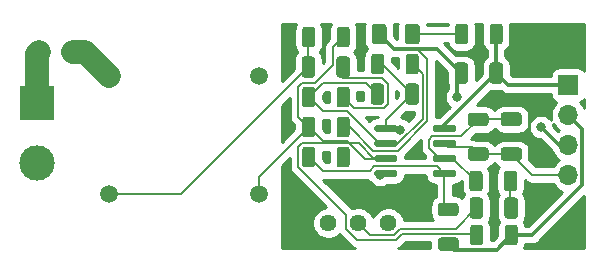
<source format=gbr>
%TF.GenerationSoftware,KiCad,Pcbnew,(5.1.10)-1*%
%TF.CreationDate,2021-10-23T23:22:00+01:00*%
%TF.ProjectId,ZMPT101enhanced,5a4d5054-3130-4316-956e-68616e636564,V1.0*%
%TF.SameCoordinates,Original*%
%TF.FileFunction,Copper,L1,Top*%
%TF.FilePolarity,Positive*%
%FSLAX46Y46*%
G04 Gerber Fmt 4.6, Leading zero omitted, Abs format (unit mm)*
G04 Created by KiCad (PCBNEW (5.1.10)-1) date 2021-10-23 23:22:00*
%MOMM*%
%LPD*%
G01*
G04 APERTURE LIST*
%TA.AperFunction,ComponentPad*%
%ADD10R,1.700000X1.700000*%
%TD*%
%TA.AperFunction,ComponentPad*%
%ADD11O,1.700000X1.700000*%
%TD*%
%TA.AperFunction,ComponentPad*%
%ADD12R,3.000000X3.000000*%
%TD*%
%TA.AperFunction,ComponentPad*%
%ADD13C,3.000000*%
%TD*%
%TA.AperFunction,ComponentPad*%
%ADD14C,1.440000*%
%TD*%
%TA.AperFunction,ComponentPad*%
%ADD15C,1.500000*%
%TD*%
%TA.AperFunction,ViaPad*%
%ADD16C,0.800000*%
%TD*%
%TA.AperFunction,Conductor*%
%ADD17C,0.200000*%
%TD*%
%TA.AperFunction,Conductor*%
%ADD18C,0.300000*%
%TD*%
%TA.AperFunction,Conductor*%
%ADD19C,2.000000*%
%TD*%
%TA.AperFunction,NonConductor*%
%ADD20C,0.254000*%
%TD*%
%TA.AperFunction,NonConductor*%
%ADD21C,0.100000*%
%TD*%
G04 APERTURE END LIST*
%TO.P,C1,1*%
%TO.N,Net-(C1-Pad1)*%
%TA.AperFunction,SMDPad,CuDef*%
G36*
G01*
X146161999Y-92233000D02*
X147462001Y-92233000D01*
G75*
G02*
X147712000Y-92482999I0J-249999D01*
G01*
X147712000Y-93133001D01*
G75*
G02*
X147462001Y-93383000I-249999J0D01*
G01*
X146161999Y-93383000D01*
G75*
G02*
X145912000Y-93133001I0J249999D01*
G01*
X145912000Y-92482999D01*
G75*
G02*
X146161999Y-92233000I249999J0D01*
G01*
G37*
%TD.AperFunction*%
%TO.P,C1,2*%
%TO.N,/OUT*%
%TA.AperFunction,SMDPad,CuDef*%
G36*
G01*
X146161999Y-95183000D02*
X147462001Y-95183000D01*
G75*
G02*
X147712000Y-95432999I0J-249999D01*
G01*
X147712000Y-96083001D01*
G75*
G02*
X147462001Y-96333000I-249999J0D01*
G01*
X146161999Y-96333000D01*
G75*
G02*
X145912000Y-96083001I0J249999D01*
G01*
X145912000Y-95432999D01*
G75*
G02*
X146161999Y-95183000I249999J0D01*
G01*
G37*
%TD.AperFunction*%
%TD*%
%TO.P,C2,2*%
%TO.N,Net-(C2-Pad2)*%
%TA.AperFunction,SMDPad,CuDef*%
G36*
G01*
X146237000Y-100980001D02*
X146237000Y-99679999D01*
G75*
G02*
X146486999Y-99430000I249999J0D01*
G01*
X147137001Y-99430000D01*
G75*
G02*
X147387000Y-99679999I0J-249999D01*
G01*
X147387000Y-100980001D01*
G75*
G02*
X147137001Y-101230000I-249999J0D01*
G01*
X146486999Y-101230000D01*
G75*
G02*
X146237000Y-100980001I0J249999D01*
G01*
G37*
%TD.AperFunction*%
%TO.P,C2,1*%
%TO.N,Net-(C2-Pad1)*%
%TA.AperFunction,SMDPad,CuDef*%
G36*
G01*
X143287000Y-100980001D02*
X143287000Y-99679999D01*
G75*
G02*
X143536999Y-99430000I249999J0D01*
G01*
X144187001Y-99430000D01*
G75*
G02*
X144437000Y-99679999I0J-249999D01*
G01*
X144437000Y-100980001D01*
G75*
G02*
X144187001Y-101230000I-249999J0D01*
G01*
X143536999Y-101230000D01*
G75*
G02*
X143287000Y-100980001I0J249999D01*
G01*
G37*
%TD.AperFunction*%
%TD*%
%TO.P,C3,1*%
%TO.N,Net-(C3-Pad1)*%
%TA.AperFunction,SMDPad,CuDef*%
G36*
G01*
X134905000Y-91328001D02*
X134905000Y-90027999D01*
G75*
G02*
X135154999Y-89778000I249999J0D01*
G01*
X135805001Y-89778000D01*
G75*
G02*
X136055000Y-90027999I0J-249999D01*
G01*
X136055000Y-91328001D01*
G75*
G02*
X135805001Y-91578000I-249999J0D01*
G01*
X135154999Y-91578000D01*
G75*
G02*
X134905000Y-91328001I0J249999D01*
G01*
G37*
%TD.AperFunction*%
%TO.P,C3,2*%
%TO.N,Net-(C3-Pad2)*%
%TA.AperFunction,SMDPad,CuDef*%
G36*
G01*
X137855000Y-91328001D02*
X137855000Y-90027999D01*
G75*
G02*
X138104999Y-89778000I249999J0D01*
G01*
X138755001Y-89778000D01*
G75*
G02*
X139005000Y-90027999I0J-249999D01*
G01*
X139005000Y-91328001D01*
G75*
G02*
X138755001Y-91578000I-249999J0D01*
G01*
X138104999Y-91578000D01*
G75*
G02*
X137855000Y-91328001I0J249999D01*
G01*
G37*
%TD.AperFunction*%
%TD*%
%TO.P,C4,2*%
%TO.N,Net-(C4-Pad2)*%
%TA.AperFunction,SMDPad,CuDef*%
G36*
G01*
X132013000Y-89042001D02*
X132013000Y-87741999D01*
G75*
G02*
X132262999Y-87492000I249999J0D01*
G01*
X132913001Y-87492000D01*
G75*
G02*
X133163000Y-87741999I0J-249999D01*
G01*
X133163000Y-89042001D01*
G75*
G02*
X132913001Y-89292000I-249999J0D01*
G01*
X132262999Y-89292000D01*
G75*
G02*
X132013000Y-89042001I0J249999D01*
G01*
G37*
%TD.AperFunction*%
%TO.P,C4,1*%
%TO.N,Net-(C4-Pad1)*%
%TA.AperFunction,SMDPad,CuDef*%
G36*
G01*
X129063000Y-89042001D02*
X129063000Y-87741999D01*
G75*
G02*
X129312999Y-87492000I249999J0D01*
G01*
X129963001Y-87492000D01*
G75*
G02*
X130213000Y-87741999I0J-249999D01*
G01*
X130213000Y-89042001D01*
G75*
G02*
X129963001Y-89292000I-249999J0D01*
G01*
X129312999Y-89292000D01*
G75*
G02*
X129063000Y-89042001I0J249999D01*
G01*
G37*
%TD.AperFunction*%
%TD*%
%TO.P,C5,1*%
%TO.N,+5V*%
%TA.AperFunction,SMDPad,CuDef*%
G36*
G01*
X146117000Y-88249999D02*
X146117000Y-89550001D01*
G75*
G02*
X145867001Y-89800000I-249999J0D01*
G01*
X145216999Y-89800000D01*
G75*
G02*
X144967000Y-89550001I0J249999D01*
G01*
X144967000Y-88249999D01*
G75*
G02*
X145216999Y-88000000I249999J0D01*
G01*
X145867001Y-88000000D01*
G75*
G02*
X146117000Y-88249999I0J-249999D01*
G01*
G37*
%TD.AperFunction*%
%TO.P,C5,2*%
%TO.N,GND*%
%TA.AperFunction,SMDPad,CuDef*%
G36*
G01*
X143167000Y-88249999D02*
X143167000Y-89550001D01*
G75*
G02*
X142917001Y-89800000I-249999J0D01*
G01*
X142266999Y-89800000D01*
G75*
G02*
X142017000Y-89550001I0J249999D01*
G01*
X142017000Y-88249999D01*
G75*
G02*
X142266999Y-88000000I249999J0D01*
G01*
X142917001Y-88000000D01*
G75*
G02*
X143167000Y-88249999I0J-249999D01*
G01*
G37*
%TD.AperFunction*%
%TD*%
%TO.P,D1,1*%
%TO.N,GND*%
%TA.AperFunction,SMDPad,CuDef*%
G36*
G01*
X135005000Y-86223000D02*
X135005000Y-84973000D01*
G75*
G02*
X135255000Y-84723000I250000J0D01*
G01*
X136005000Y-84723000D01*
G75*
G02*
X136255000Y-84973000I0J-250000D01*
G01*
X136255000Y-86223000D01*
G75*
G02*
X136005000Y-86473000I-250000J0D01*
G01*
X135255000Y-86473000D01*
G75*
G02*
X135005000Y-86223000I0J250000D01*
G01*
G37*
%TD.AperFunction*%
%TO.P,D1,2*%
%TO.N,Net-(D1-Pad2)*%
%TA.AperFunction,SMDPad,CuDef*%
G36*
G01*
X137805000Y-86223000D02*
X137805000Y-84973000D01*
G75*
G02*
X138055000Y-84723000I250000J0D01*
G01*
X138805000Y-84723000D01*
G75*
G02*
X139055000Y-84973000I0J-250000D01*
G01*
X139055000Y-86223000D01*
G75*
G02*
X138805000Y-86473000I-250000J0D01*
G01*
X138055000Y-86473000D01*
G75*
G02*
X137805000Y-86223000I0J250000D01*
G01*
G37*
%TD.AperFunction*%
%TD*%
D10*
%TO.P,J1,1*%
%TO.N,+5V*%
X151638000Y-89916000D03*
D11*
%TO.P,J1,2*%
%TO.N,+3V3*%
X151638000Y-92456000D03*
%TO.P,J1,3*%
%TO.N,GND*%
X151638000Y-94996000D03*
%TO.P,J1,4*%
%TO.N,/OUT*%
X151638000Y-97536000D03*
%TD*%
D12*
%TO.P,J2,1*%
%TO.N,Net-(J2-Pad1)*%
X106680000Y-91440000D03*
D13*
%TO.P,J2,2*%
%TO.N,Net-(J2-Pad2)*%
X106680000Y-96520000D03*
%TD*%
%TO.P,R1,1*%
%TO.N,/OUT*%
%TA.AperFunction,SMDPad,CuDef*%
G36*
G01*
X144643001Y-96320500D02*
X143392999Y-96320500D01*
G75*
G02*
X143143000Y-96070501I0J249999D01*
G01*
X143143000Y-95445499D01*
G75*
G02*
X143392999Y-95195500I249999J0D01*
G01*
X144643001Y-95195500D01*
G75*
G02*
X144893000Y-95445499I0J-249999D01*
G01*
X144893000Y-96070501D01*
G75*
G02*
X144643001Y-96320500I-249999J0D01*
G01*
G37*
%TD.AperFunction*%
%TO.P,R1,2*%
%TO.N,Net-(C1-Pad1)*%
%TA.AperFunction,SMDPad,CuDef*%
G36*
G01*
X144643001Y-93395500D02*
X143392999Y-93395500D01*
G75*
G02*
X143143000Y-93145501I0J249999D01*
G01*
X143143000Y-92520499D01*
G75*
G02*
X143392999Y-92270500I249999J0D01*
G01*
X144643001Y-92270500D01*
G75*
G02*
X144893000Y-92520499I0J-249999D01*
G01*
X144893000Y-93145501D01*
G75*
G02*
X144643001Y-93395500I-249999J0D01*
G01*
G37*
%TD.AperFunction*%
%TD*%
%TO.P,R2,2*%
%TO.N,Net-(C2-Pad2)*%
%TA.AperFunction,SMDPad,CuDef*%
G36*
G01*
X146188000Y-98669001D02*
X146188000Y-97418999D01*
G75*
G02*
X146437999Y-97169000I249999J0D01*
G01*
X147063001Y-97169000D01*
G75*
G02*
X147313000Y-97418999I0J-249999D01*
G01*
X147313000Y-98669001D01*
G75*
G02*
X147063001Y-98919000I-249999J0D01*
G01*
X146437999Y-98919000D01*
G75*
G02*
X146188000Y-98669001I0J249999D01*
G01*
G37*
%TD.AperFunction*%
%TO.P,R2,1*%
%TO.N,Net-(C1-Pad1)*%
%TA.AperFunction,SMDPad,CuDef*%
G36*
G01*
X143263000Y-98669001D02*
X143263000Y-97418999D01*
G75*
G02*
X143512999Y-97169000I249999J0D01*
G01*
X144138001Y-97169000D01*
G75*
G02*
X144388000Y-97418999I0J-249999D01*
G01*
X144388000Y-98669001D01*
G75*
G02*
X144138001Y-98919000I-249999J0D01*
G01*
X143512999Y-98919000D01*
G75*
G02*
X143263000Y-98669001I0J249999D01*
G01*
G37*
%TD.AperFunction*%
%TD*%
%TO.P,R3,1*%
%TO.N,+3V3*%
%TA.AperFunction,SMDPad,CuDef*%
G36*
G01*
X142103001Y-103940500D02*
X140852999Y-103940500D01*
G75*
G02*
X140603000Y-103690501I0J249999D01*
G01*
X140603000Y-103065499D01*
G75*
G02*
X140852999Y-102815500I249999J0D01*
G01*
X142103001Y-102815500D01*
G75*
G02*
X142353000Y-103065499I0J-249999D01*
G01*
X142353000Y-103690501D01*
G75*
G02*
X142103001Y-103940500I-249999J0D01*
G01*
G37*
%TD.AperFunction*%
%TO.P,R3,2*%
%TO.N,Net-(R3-Pad2)*%
%TA.AperFunction,SMDPad,CuDef*%
G36*
G01*
X142103001Y-101015500D02*
X140852999Y-101015500D01*
G75*
G02*
X140603000Y-100765501I0J249999D01*
G01*
X140603000Y-100140499D01*
G75*
G02*
X140852999Y-99890500I249999J0D01*
G01*
X142103001Y-99890500D01*
G75*
G02*
X142353000Y-100140499I0J-249999D01*
G01*
X142353000Y-100765501D01*
G75*
G02*
X142103001Y-101015500I-249999J0D01*
G01*
G37*
%TD.AperFunction*%
%TD*%
%TO.P,R4,2*%
%TO.N,GND*%
%TA.AperFunction,SMDPad,CuDef*%
G36*
G01*
X132025500Y-96637001D02*
X132025500Y-95386999D01*
G75*
G02*
X132275499Y-95137000I249999J0D01*
G01*
X132900501Y-95137000D01*
G75*
G02*
X133150500Y-95386999I0J-249999D01*
G01*
X133150500Y-96637001D01*
G75*
G02*
X132900501Y-96887000I-249999J0D01*
G01*
X132275499Y-96887000D01*
G75*
G02*
X132025500Y-96637001I0J249999D01*
G01*
G37*
%TD.AperFunction*%
%TO.P,R4,1*%
%TO.N,Net-(R3-Pad2)*%
%TA.AperFunction,SMDPad,CuDef*%
G36*
G01*
X129100500Y-96637001D02*
X129100500Y-95386999D01*
G75*
G02*
X129350499Y-95137000I249999J0D01*
G01*
X129975501Y-95137000D01*
G75*
G02*
X130225500Y-95386999I0J-249999D01*
G01*
X130225500Y-96637001D01*
G75*
G02*
X129975501Y-96887000I-249999J0D01*
G01*
X129350499Y-96887000D01*
G75*
G02*
X129100500Y-96637001I0J249999D01*
G01*
G37*
%TD.AperFunction*%
%TD*%
%TO.P,R5,1*%
%TO.N,Net-(C3-Pad2)*%
%TA.AperFunction,SMDPad,CuDef*%
G36*
G01*
X134942500Y-88763001D02*
X134942500Y-87512999D01*
G75*
G02*
X135192499Y-87263000I249999J0D01*
G01*
X135817501Y-87263000D01*
G75*
G02*
X136067500Y-87512999I0J-249999D01*
G01*
X136067500Y-88763001D01*
G75*
G02*
X135817501Y-89013000I-249999J0D01*
G01*
X135192499Y-89013000D01*
G75*
G02*
X134942500Y-88763001I0J249999D01*
G01*
G37*
%TD.AperFunction*%
%TO.P,R5,2*%
%TO.N,Net-(C3-Pad1)*%
%TA.AperFunction,SMDPad,CuDef*%
G36*
G01*
X137867500Y-88763001D02*
X137867500Y-87512999D01*
G75*
G02*
X138117499Y-87263000I249999J0D01*
G01*
X138742501Y-87263000D01*
G75*
G02*
X138992500Y-87512999I0J-249999D01*
G01*
X138992500Y-88763001D01*
G75*
G02*
X138742501Y-89013000I-249999J0D01*
G01*
X138117499Y-89013000D01*
G75*
G02*
X137867500Y-88763001I0J249999D01*
G01*
G37*
%TD.AperFunction*%
%TD*%
%TO.P,R6,1*%
%TO.N,Net-(R6-Pad1)*%
%TA.AperFunction,SMDPad,CuDef*%
G36*
G01*
X129100500Y-94097001D02*
X129100500Y-92846999D01*
G75*
G02*
X129350499Y-92597000I249999J0D01*
G01*
X129975501Y-92597000D01*
G75*
G02*
X130225500Y-92846999I0J-249999D01*
G01*
X130225500Y-94097001D01*
G75*
G02*
X129975501Y-94347000I-249999J0D01*
G01*
X129350499Y-94347000D01*
G75*
G02*
X129100500Y-94097001I0J249999D01*
G01*
G37*
%TD.AperFunction*%
%TO.P,R6,2*%
%TO.N,GND*%
%TA.AperFunction,SMDPad,CuDef*%
G36*
G01*
X132025500Y-94097001D02*
X132025500Y-92846999D01*
G75*
G02*
X132275499Y-92597000I249999J0D01*
G01*
X132900501Y-92597000D01*
G75*
G02*
X133150500Y-92846999I0J-249999D01*
G01*
X133150500Y-94097001D01*
G75*
G02*
X132900501Y-94347000I-249999J0D01*
G01*
X132275499Y-94347000D01*
G75*
G02*
X132025500Y-94097001I0J249999D01*
G01*
G37*
%TD.AperFunction*%
%TD*%
%TO.P,R7,1*%
%TO.N,Net-(C3-Pad1)*%
%TA.AperFunction,SMDPad,CuDef*%
G36*
G01*
X129100500Y-91557001D02*
X129100500Y-90306999D01*
G75*
G02*
X129350499Y-90057000I249999J0D01*
G01*
X129975501Y-90057000D01*
G75*
G02*
X130225500Y-90306999I0J-249999D01*
G01*
X130225500Y-91557001D01*
G75*
G02*
X129975501Y-91807000I-249999J0D01*
G01*
X129350499Y-91807000D01*
G75*
G02*
X129100500Y-91557001I0J249999D01*
G01*
G37*
%TD.AperFunction*%
%TO.P,R7,2*%
%TO.N,Net-(C4-Pad2)*%
%TA.AperFunction,SMDPad,CuDef*%
G36*
G01*
X132025500Y-91557001D02*
X132025500Y-90306999D01*
G75*
G02*
X132275499Y-90057000I249999J0D01*
G01*
X132900501Y-90057000D01*
G75*
G02*
X133150500Y-90306999I0J-249999D01*
G01*
X133150500Y-91557001D01*
G75*
G02*
X132900501Y-91807000I-249999J0D01*
G01*
X132275499Y-91807000D01*
G75*
G02*
X132025500Y-91557001I0J249999D01*
G01*
G37*
%TD.AperFunction*%
%TD*%
%TO.P,R8,2*%
%TO.N,+3V3*%
%TA.AperFunction,SMDPad,CuDef*%
G36*
G01*
X146249500Y-103241001D02*
X146249500Y-101990999D01*
G75*
G02*
X146499499Y-101741000I249999J0D01*
G01*
X147124501Y-101741000D01*
G75*
G02*
X147374500Y-101990999I0J-249999D01*
G01*
X147374500Y-103241001D01*
G75*
G02*
X147124501Y-103491000I-249999J0D01*
G01*
X146499499Y-103491000D01*
G75*
G02*
X146249500Y-103241001I0J249999D01*
G01*
G37*
%TD.AperFunction*%
%TO.P,R8,1*%
%TO.N,Net-(R6-Pad1)*%
%TA.AperFunction,SMDPad,CuDef*%
G36*
G01*
X143324500Y-103241001D02*
X143324500Y-101990999D01*
G75*
G02*
X143574499Y-101741000I249999J0D01*
G01*
X144199501Y-101741000D01*
G75*
G02*
X144449500Y-101990999I0J-249999D01*
G01*
X144449500Y-103241001D01*
G75*
G02*
X144199501Y-103491000I-249999J0D01*
G01*
X143574499Y-103491000D01*
G75*
G02*
X143324500Y-103241001I0J249999D01*
G01*
G37*
%TD.AperFunction*%
%TD*%
%TO.P,R9,1*%
%TO.N,Net-(C4-Pad1)*%
%TA.AperFunction,SMDPad,CuDef*%
G36*
G01*
X129100500Y-86477001D02*
X129100500Y-85226999D01*
G75*
G02*
X129350499Y-84977000I249999J0D01*
G01*
X129975501Y-84977000D01*
G75*
G02*
X130225500Y-85226999I0J-249999D01*
G01*
X130225500Y-86477001D01*
G75*
G02*
X129975501Y-86727000I-249999J0D01*
G01*
X129350499Y-86727000D01*
G75*
G02*
X129100500Y-86477001I0J249999D01*
G01*
G37*
%TD.AperFunction*%
%TO.P,R9,2*%
%TO.N,Net-(R6-Pad1)*%
%TA.AperFunction,SMDPad,CuDef*%
G36*
G01*
X132025500Y-86477001D02*
X132025500Y-85226999D01*
G75*
G02*
X132275499Y-84977000I249999J0D01*
G01*
X132900501Y-84977000D01*
G75*
G02*
X133150500Y-85226999I0J-249999D01*
G01*
X133150500Y-86477001D01*
G75*
G02*
X132900501Y-86727000I-249999J0D01*
G01*
X132275499Y-86727000D01*
G75*
G02*
X132025500Y-86477001I0J249999D01*
G01*
G37*
%TD.AperFunction*%
%TD*%
%TO.P,R10,2*%
%TO.N,Net-(R10-Pad2)*%
%TA.AperFunction,SMDPad,CuDef*%
G36*
G01*
X109165500Y-87747001D02*
X109165500Y-86496999D01*
G75*
G02*
X109415499Y-86247000I249999J0D01*
G01*
X110040501Y-86247000D01*
G75*
G02*
X110290500Y-86496999I0J-249999D01*
G01*
X110290500Y-87747001D01*
G75*
G02*
X110040501Y-87997000I-249999J0D01*
G01*
X109415499Y-87997000D01*
G75*
G02*
X109165500Y-87747001I0J249999D01*
G01*
G37*
%TD.AperFunction*%
%TO.P,R10,1*%
%TO.N,Net-(J2-Pad1)*%
%TA.AperFunction,SMDPad,CuDef*%
G36*
G01*
X106240500Y-87747001D02*
X106240500Y-86496999D01*
G75*
G02*
X106490499Y-86247000I249999J0D01*
G01*
X107115501Y-86247000D01*
G75*
G02*
X107365500Y-86496999I0J-249999D01*
G01*
X107365500Y-87747001D01*
G75*
G02*
X107115501Y-87997000I-249999J0D01*
G01*
X106490499Y-87997000D01*
G75*
G02*
X106240500Y-87747001I0J249999D01*
G01*
G37*
%TD.AperFunction*%
%TD*%
%TO.P,R11,2*%
%TO.N,+5V*%
%TA.AperFunction,SMDPad,CuDef*%
G36*
G01*
X144979500Y-86223001D02*
X144979500Y-84972999D01*
G75*
G02*
X145229499Y-84723000I249999J0D01*
G01*
X145854501Y-84723000D01*
G75*
G02*
X146104500Y-84972999I0J-249999D01*
G01*
X146104500Y-86223001D01*
G75*
G02*
X145854501Y-86473000I-249999J0D01*
G01*
X145229499Y-86473000D01*
G75*
G02*
X144979500Y-86223001I0J249999D01*
G01*
G37*
%TD.AperFunction*%
%TO.P,R11,1*%
%TO.N,Net-(D1-Pad2)*%
%TA.AperFunction,SMDPad,CuDef*%
G36*
G01*
X142054500Y-86223001D02*
X142054500Y-84972999D01*
G75*
G02*
X142304499Y-84723000I249999J0D01*
G01*
X142929501Y-84723000D01*
G75*
G02*
X143179500Y-84972999I0J-249999D01*
G01*
X143179500Y-86223001D01*
G75*
G02*
X142929501Y-86473000I-249999J0D01*
G01*
X142304499Y-86473000D01*
G75*
G02*
X142054500Y-86223001I0J249999D01*
G01*
G37*
%TD.AperFunction*%
%TD*%
D14*
%TO.P,RV1,1*%
%TO.N,Net-(C3-Pad2)*%
X136398000Y-101600000D03*
%TO.P,RV1,2*%
%TO.N,Net-(C2-Pad1)*%
X133858000Y-101600000D03*
%TO.P,RV1,3*%
%TO.N,GND*%
X131318000Y-101600000D03*
%TD*%
D15*
%TO.P,T1,1*%
%TO.N,Net-(J2-Pad2)*%
X125476000Y-89154000D03*
%TO.P,T1,2*%
%TO.N,Net-(R10-Pad2)*%
X112776000Y-89154000D03*
%TO.P,T1,3*%
%TO.N,Net-(C4-Pad1)*%
X112776000Y-99154000D03*
%TO.P,T1,4*%
%TO.N,Net-(R6-Pad1)*%
X125476000Y-99154000D03*
%TD*%
%TO.P,U1,1*%
%TO.N,Net-(C3-Pad2)*%
%TA.AperFunction,SMDPad,CuDef*%
G36*
G01*
X135234000Y-93749000D02*
X135234000Y-93449000D01*
G75*
G02*
X135384000Y-93299000I150000J0D01*
G01*
X137034000Y-93299000D01*
G75*
G02*
X137184000Y-93449000I0J-150000D01*
G01*
X137184000Y-93749000D01*
G75*
G02*
X137034000Y-93899000I-150000J0D01*
G01*
X135384000Y-93899000D01*
G75*
G02*
X135234000Y-93749000I0J150000D01*
G01*
G37*
%TD.AperFunction*%
%TO.P,U1,2*%
%TO.N,Net-(C3-Pad1)*%
%TA.AperFunction,SMDPad,CuDef*%
G36*
G01*
X135234000Y-95019000D02*
X135234000Y-94719000D01*
G75*
G02*
X135384000Y-94569000I150000J0D01*
G01*
X137034000Y-94569000D01*
G75*
G02*
X137184000Y-94719000I0J-150000D01*
G01*
X137184000Y-95019000D01*
G75*
G02*
X137034000Y-95169000I-150000J0D01*
G01*
X135384000Y-95169000D01*
G75*
G02*
X135234000Y-95019000I0J150000D01*
G01*
G37*
%TD.AperFunction*%
%TO.P,U1,3*%
%TO.N,Net-(R6-Pad1)*%
%TA.AperFunction,SMDPad,CuDef*%
G36*
G01*
X135234000Y-96289000D02*
X135234000Y-95989000D01*
G75*
G02*
X135384000Y-95839000I150000J0D01*
G01*
X137034000Y-95839000D01*
G75*
G02*
X137184000Y-95989000I0J-150000D01*
G01*
X137184000Y-96289000D01*
G75*
G02*
X137034000Y-96439000I-150000J0D01*
G01*
X135384000Y-96439000D01*
G75*
G02*
X135234000Y-96289000I0J150000D01*
G01*
G37*
%TD.AperFunction*%
%TO.P,U1,4*%
%TO.N,GND*%
%TA.AperFunction,SMDPad,CuDef*%
G36*
G01*
X135234000Y-97559000D02*
X135234000Y-97259000D01*
G75*
G02*
X135384000Y-97109000I150000J0D01*
G01*
X137034000Y-97109000D01*
G75*
G02*
X137184000Y-97259000I0J-150000D01*
G01*
X137184000Y-97559000D01*
G75*
G02*
X137034000Y-97709000I-150000J0D01*
G01*
X135384000Y-97709000D01*
G75*
G02*
X135234000Y-97559000I0J150000D01*
G01*
G37*
%TD.AperFunction*%
%TO.P,U1,5*%
%TO.N,Net-(R3-Pad2)*%
%TA.AperFunction,SMDPad,CuDef*%
G36*
G01*
X140184000Y-97559000D02*
X140184000Y-97259000D01*
G75*
G02*
X140334000Y-97109000I150000J0D01*
G01*
X141984000Y-97109000D01*
G75*
G02*
X142134000Y-97259000I0J-150000D01*
G01*
X142134000Y-97559000D01*
G75*
G02*
X141984000Y-97709000I-150000J0D01*
G01*
X140334000Y-97709000D01*
G75*
G02*
X140184000Y-97559000I0J150000D01*
G01*
G37*
%TD.AperFunction*%
%TO.P,U1,6*%
%TO.N,Net-(C1-Pad1)*%
%TA.AperFunction,SMDPad,CuDef*%
G36*
G01*
X140184000Y-96289000D02*
X140184000Y-95989000D01*
G75*
G02*
X140334000Y-95839000I150000J0D01*
G01*
X141984000Y-95839000D01*
G75*
G02*
X142134000Y-95989000I0J-150000D01*
G01*
X142134000Y-96289000D01*
G75*
G02*
X141984000Y-96439000I-150000J0D01*
G01*
X140334000Y-96439000D01*
G75*
G02*
X140184000Y-96289000I0J150000D01*
G01*
G37*
%TD.AperFunction*%
%TO.P,U1,7*%
%TO.N,/OUT*%
%TA.AperFunction,SMDPad,CuDef*%
G36*
G01*
X140184000Y-95019000D02*
X140184000Y-94719000D01*
G75*
G02*
X140334000Y-94569000I150000J0D01*
G01*
X141984000Y-94569000D01*
G75*
G02*
X142134000Y-94719000I0J-150000D01*
G01*
X142134000Y-95019000D01*
G75*
G02*
X141984000Y-95169000I-150000J0D01*
G01*
X140334000Y-95169000D01*
G75*
G02*
X140184000Y-95019000I0J150000D01*
G01*
G37*
%TD.AperFunction*%
%TO.P,U1,8*%
%TO.N,+5V*%
%TA.AperFunction,SMDPad,CuDef*%
G36*
G01*
X140184000Y-93749000D02*
X140184000Y-93449000D01*
G75*
G02*
X140334000Y-93299000I150000J0D01*
G01*
X141984000Y-93299000D01*
G75*
G02*
X142134000Y-93449000I0J-150000D01*
G01*
X142134000Y-93749000D01*
G75*
G02*
X141984000Y-93899000I-150000J0D01*
G01*
X140334000Y-93899000D01*
G75*
G02*
X140184000Y-93749000I0J150000D01*
G01*
G37*
%TD.AperFunction*%
%TD*%
D16*
%TO.N,Net-(C3-Pad2)*%
X137375525Y-93687525D03*
%TO.N,GND*%
X149352000Y-93472000D03*
X142240000Y-90932000D03*
X132588000Y-96012000D03*
X132588000Y-93472000D03*
X135698000Y-97508990D03*
%TD*%
D17*
%TO.N,Net-(C1-Pad1)*%
X144043000Y-92808000D02*
X144018000Y-92833000D01*
X146812000Y-92808000D02*
X144043000Y-92808000D01*
X140817588Y-96139000D02*
X141159000Y-96139000D01*
X139883990Y-94532598D02*
X139883990Y-95205402D01*
X139883990Y-95205402D02*
X140817588Y-96139000D01*
X140147598Y-94268990D02*
X139883990Y-94532598D01*
X142582010Y-94268990D02*
X140147598Y-94268990D01*
X144018000Y-92833000D02*
X142582010Y-94268990D01*
X141920500Y-96139000D02*
X143825500Y-98044000D01*
X141159000Y-96139000D02*
X141920500Y-96139000D01*
%TO.N,/OUT*%
X148590000Y-97536000D02*
X146812000Y-95758000D01*
X151638000Y-97536000D02*
X148590000Y-97536000D01*
X146812000Y-95758000D02*
X144018000Y-95758000D01*
X141485500Y-95195500D02*
X141159000Y-94869000D01*
X143455500Y-95195500D02*
X141485500Y-95195500D01*
X144018000Y-95758000D02*
X143455500Y-95195500D01*
%TO.N,Net-(C2-Pad2)*%
X146750500Y-100776500D02*
X146812000Y-100838000D01*
X146750500Y-100268500D02*
X146812000Y-100330000D01*
X146750500Y-98044000D02*
X146750500Y-100268500D01*
%TO.N,Net-(C2-Pad1)*%
X134878001Y-102620001D02*
X133858000Y-101600000D01*
X136887601Y-102620001D02*
X134878001Y-102620001D01*
X137418001Y-102089601D02*
X136887601Y-102620001D01*
X142102399Y-102089601D02*
X137418001Y-102089601D01*
X143862000Y-100330000D02*
X142102399Y-102089601D01*
%TO.N,Net-(C3-Pad1)*%
X134558990Y-89756990D02*
X130838010Y-89756990D01*
X130838010Y-89756990D02*
X129663000Y-90932000D01*
X135480000Y-90678000D02*
X134558990Y-89756990D01*
X139305010Y-89013010D02*
X138430000Y-88138000D01*
X139305010Y-92747990D02*
X139305010Y-89013010D01*
X137184000Y-94869000D02*
X139305010Y-92747990D01*
X136209000Y-94869000D02*
X137184000Y-94869000D01*
X130838010Y-92107010D02*
X129663000Y-90932000D01*
X132938344Y-92107010D02*
X130838010Y-92107010D01*
X135700334Y-94869000D02*
X132938344Y-92107010D01*
X136209000Y-94869000D02*
X135700334Y-94869000D01*
%TO.N,Net-(C3-Pad2)*%
X135890000Y-88138000D02*
X135505000Y-88138000D01*
X138430000Y-90678000D02*
X135890000Y-88138000D01*
X136209000Y-92899000D02*
X136209000Y-93599000D01*
X138430000Y-90678000D02*
X136209000Y-92899000D01*
X137287000Y-93599000D02*
X137375525Y-93687525D01*
X136209000Y-93599000D02*
X137287000Y-93599000D01*
%TO.N,Net-(C4-Pad2)*%
X133534010Y-91878010D02*
X132588000Y-90932000D01*
X136032824Y-91878010D02*
X133534010Y-91878010D01*
X136355010Y-91555824D02*
X136032824Y-91878010D01*
X136355010Y-89800176D02*
X136355010Y-91555824D01*
X135911814Y-89356980D02*
X136355010Y-89800176D01*
X132652980Y-89356980D02*
X135911814Y-89356980D01*
X132588000Y-89292000D02*
X132652980Y-89356980D01*
X132588000Y-88392000D02*
X132588000Y-89292000D01*
%TO.N,Net-(C4-Pad1)*%
X118876000Y-99154000D02*
X129638000Y-88392000D01*
X112776000Y-99154000D02*
X118876000Y-99154000D01*
X129638000Y-85877000D02*
X129663000Y-85852000D01*
X129638000Y-88392000D02*
X129638000Y-85877000D01*
D18*
%TO.N,+5V*%
X146558000Y-89916000D02*
X145542000Y-88900000D01*
X151638000Y-89916000D02*
X146558000Y-89916000D01*
X145542000Y-88900000D02*
X145542000Y-85598000D01*
X141159000Y-93283000D02*
X141159000Y-93599000D01*
X145542000Y-88900000D02*
X141159000Y-93283000D01*
%TO.N,GND*%
X150876000Y-94996000D02*
X149352000Y-93472000D01*
X151638000Y-94996000D02*
X150876000Y-94996000D01*
X142240000Y-89252000D02*
X142592000Y-88900000D01*
X142240000Y-90932000D02*
X142240000Y-89252000D01*
X136855010Y-86823010D02*
X135630000Y-85598000D01*
X140515010Y-86823010D02*
X136855010Y-86823010D01*
X142592000Y-88900000D02*
X140515010Y-86823010D01*
D17*
X133150500Y-93472000D02*
X132588000Y-93472000D01*
X135147510Y-95469010D02*
X133150500Y-93472000D01*
X137220402Y-95469010D02*
X135147510Y-95469010D01*
X139705020Y-92984392D02*
X137220402Y-95469010D01*
X139705020Y-87697686D02*
X139705020Y-92984392D01*
X138830344Y-86823010D02*
X139705020Y-87697686D01*
X136855010Y-86823010D02*
X138830344Y-86823010D01*
%TO.N,Net-(D1-Pad2)*%
X138430000Y-85598000D02*
X142617000Y-85598000D01*
D18*
%TO.N,+3V3*%
X152838001Y-98367999D02*
X152838001Y-93656001D01*
X152838001Y-93656001D02*
X151638000Y-92456000D01*
X148590000Y-102616000D02*
X146812000Y-102616000D01*
X152838001Y-98367999D02*
X148590000Y-102616000D01*
X141941010Y-103841010D02*
X141478000Y-103378000D01*
X145586990Y-103841010D02*
X141941010Y-103841010D01*
X146812000Y-102616000D02*
X145586990Y-103841010D01*
D19*
%TO.N,Net-(J2-Pad1)*%
X106680000Y-87245000D02*
X106803000Y-87122000D01*
X106680000Y-91440000D02*
X106680000Y-87245000D01*
D17*
%TO.N,Net-(R3-Pad2)*%
X140558990Y-96808990D02*
X141159000Y-97409000D01*
X135197598Y-96808990D02*
X140558990Y-96808990D01*
X134819578Y-97187010D02*
X135197598Y-96808990D01*
X130838010Y-97187010D02*
X134819578Y-97187010D01*
X129663000Y-96012000D02*
X130838010Y-97187010D01*
X141159000Y-100134000D02*
X141478000Y-100453000D01*
X141159000Y-97409000D02*
X141159000Y-100134000D01*
%TO.N,Net-(R6-Pad1)*%
X125476000Y-97659000D02*
X129663000Y-93472000D01*
X125476000Y-99154000D02*
X125476000Y-97659000D01*
X130838010Y-94647010D02*
X129663000Y-93472000D01*
X132938344Y-94647010D02*
X130838010Y-94647010D01*
X134430334Y-96139000D02*
X132938344Y-94647010D01*
X136209000Y-96139000D02*
X134430334Y-96139000D01*
X135234000Y-96139000D02*
X136209000Y-96139000D01*
X133931990Y-94836990D02*
X135234000Y-96139000D01*
X128800490Y-95159176D02*
X129122676Y-94836990D01*
X129122676Y-94836990D02*
X133931990Y-94836990D01*
X128800490Y-96864824D02*
X128800490Y-95159176D01*
X132837999Y-100902333D02*
X128800490Y-96864824D01*
X133768409Y-103020011D02*
X132837999Y-102089601D01*
X137053290Y-103020011D02*
X133768409Y-103020011D01*
X137583689Y-102489611D02*
X137053290Y-103020011D01*
X143760611Y-102489611D02*
X137583689Y-102489611D01*
X132837999Y-102089601D02*
X132837999Y-100902333D01*
X143887000Y-102616000D02*
X143760611Y-102489611D01*
X128800490Y-92609490D02*
X129663000Y-93472000D01*
X128800490Y-90079176D02*
X128800490Y-92609490D01*
X129122676Y-89756990D02*
X128800490Y-90079176D01*
X130203324Y-89756990D02*
X129122676Y-89756990D01*
X131712990Y-86727010D02*
X131712990Y-88247324D01*
X131712990Y-88247324D02*
X130203324Y-89756990D01*
X132588000Y-85852000D02*
X131712990Y-86727010D01*
D19*
%TO.N,Net-(R10-Pad2)*%
X110744000Y-87122000D02*
X112776000Y-89154000D01*
X109728000Y-87122000D02*
X110744000Y-87122000D01*
%TD*%
D20*
X128065490Y-96828719D02*
X128061934Y-96864824D01*
X128076125Y-97008909D01*
X128086104Y-97041806D01*
X128118153Y-97147456D01*
X128186403Y-97275143D01*
X128278252Y-97387061D01*
X128306298Y-97410078D01*
X131148407Y-100252188D01*
X130922761Y-100297072D01*
X130676167Y-100399215D01*
X130454238Y-100547503D01*
X130265503Y-100736238D01*
X130117215Y-100958167D01*
X130015072Y-101204761D01*
X129963000Y-101466544D01*
X129963000Y-101733456D01*
X130015072Y-101995239D01*
X130117215Y-102241833D01*
X130265503Y-102463762D01*
X130454238Y-102652497D01*
X130676167Y-102800785D01*
X130922761Y-102902928D01*
X131184544Y-102955000D01*
X131451456Y-102955000D01*
X131713239Y-102902928D01*
X131959833Y-102800785D01*
X132181762Y-102652497D01*
X132273688Y-102560571D01*
X132315761Y-102611838D01*
X132343806Y-102634854D01*
X133223155Y-103514204D01*
X133246171Y-103542249D01*
X133358089Y-103634098D01*
X133485776Y-103702348D01*
X133590119Y-103734000D01*
X127381000Y-103734000D01*
X127381000Y-96793446D01*
X128065490Y-96108956D01*
X128065490Y-96828719D01*
%TA.AperFunction,NonConductor*%
D21*
G36*
X128065490Y-96828719D02*
G01*
X128061934Y-96864824D01*
X128076125Y-97008909D01*
X128086104Y-97041806D01*
X128118153Y-97147456D01*
X128186403Y-97275143D01*
X128278252Y-97387061D01*
X128306298Y-97410078D01*
X131148407Y-100252188D01*
X130922761Y-100297072D01*
X130676167Y-100399215D01*
X130454238Y-100547503D01*
X130265503Y-100736238D01*
X130117215Y-100958167D01*
X130015072Y-101204761D01*
X129963000Y-101466544D01*
X129963000Y-101733456D01*
X130015072Y-101995239D01*
X130117215Y-102241833D01*
X130265503Y-102463762D01*
X130454238Y-102652497D01*
X130676167Y-102800785D01*
X130922761Y-102902928D01*
X131184544Y-102955000D01*
X131451456Y-102955000D01*
X131713239Y-102902928D01*
X131959833Y-102800785D01*
X132181762Y-102652497D01*
X132273688Y-102560571D01*
X132315761Y-102611838D01*
X132343806Y-102634854D01*
X133223155Y-103514204D01*
X133246171Y-103542249D01*
X133358089Y-103634098D01*
X133485776Y-103702348D01*
X133590119Y-103734000D01*
X127381000Y-103734000D01*
X127381000Y-96793446D01*
X128065490Y-96108956D01*
X128065490Y-96828719D01*
G37*
%TD.AperFunction*%
D20*
X153010000Y-103734000D02*
X147863112Y-103734000D01*
X147944972Y-103580851D01*
X147995508Y-103414255D01*
X147996814Y-103401000D01*
X148551447Y-103401000D01*
X148590000Y-103404797D01*
X148628553Y-103401000D01*
X148628561Y-103401000D01*
X148743887Y-103389641D01*
X148891860Y-103344754D01*
X149028233Y-103271862D01*
X149147764Y-103173764D01*
X149172347Y-103143810D01*
X153010000Y-99306157D01*
X153010000Y-103734000D01*
%TA.AperFunction,NonConductor*%
D21*
G36*
X153010000Y-103734000D02*
G01*
X147863112Y-103734000D01*
X147944972Y-103580851D01*
X147995508Y-103414255D01*
X147996814Y-103401000D01*
X148551447Y-103401000D01*
X148590000Y-103404797D01*
X148628553Y-103401000D01*
X148628561Y-103401000D01*
X148743887Y-103389641D01*
X148891860Y-103344754D01*
X149028233Y-103271862D01*
X149147764Y-103173764D01*
X149172347Y-103143810D01*
X153010000Y-99306157D01*
X153010000Y-103734000D01*
G37*
%TD.AperFunction*%
D20*
X139964928Y-103690501D02*
X139969212Y-103734000D01*
X137231580Y-103734000D01*
X137335923Y-103702348D01*
X137463610Y-103634098D01*
X137575528Y-103542249D01*
X137598549Y-103514198D01*
X137888135Y-103224611D01*
X139964928Y-103224611D01*
X139964928Y-103690501D01*
%TA.AperFunction,NonConductor*%
D21*
G36*
X139964928Y-103690501D02*
G01*
X139969212Y-103734000D01*
X137231580Y-103734000D01*
X137335923Y-103702348D01*
X137463610Y-103634098D01*
X137575528Y-103542249D01*
X137598549Y-103514198D01*
X137888135Y-103224611D01*
X139964928Y-103224611D01*
X139964928Y-103690501D01*
G37*
%TD.AperFunction*%
D20*
X145423595Y-96576387D02*
X145534038Y-96710962D01*
X145668613Y-96821405D01*
X145749593Y-96864690D01*
X145699595Y-96925613D01*
X145617528Y-97079149D01*
X145566992Y-97245745D01*
X145549928Y-97418999D01*
X145549928Y-98669001D01*
X145566992Y-98842255D01*
X145617528Y-99008851D01*
X145699595Y-99162387D01*
X145737110Y-99208099D01*
X145666528Y-99340149D01*
X145615992Y-99506745D01*
X145598928Y-99679999D01*
X145598928Y-100980001D01*
X145615992Y-101153255D01*
X145666528Y-101319851D01*
X145748595Y-101473387D01*
X145764786Y-101493116D01*
X145761095Y-101497613D01*
X145679028Y-101651149D01*
X145628492Y-101817745D01*
X145611428Y-101990999D01*
X145611428Y-102706415D01*
X145261833Y-103056010D01*
X145087572Y-103056010D01*
X145087572Y-101990999D01*
X145070508Y-101817745D01*
X145019972Y-101651149D01*
X144937905Y-101497613D01*
X144921714Y-101477884D01*
X144925405Y-101473387D01*
X145007472Y-101319851D01*
X145058008Y-101153255D01*
X145075072Y-100980001D01*
X145075072Y-99679999D01*
X145058008Y-99506745D01*
X145007472Y-99340149D01*
X144925405Y-99186613D01*
X144887890Y-99140901D01*
X144958472Y-99008851D01*
X145009008Y-98842255D01*
X145026072Y-98669001D01*
X145026072Y-97418999D01*
X145009008Y-97245745D01*
X144958472Y-97079149D01*
X144876405Y-96925613D01*
X144874860Y-96923730D01*
X144982851Y-96890972D01*
X145136387Y-96808905D01*
X145270962Y-96698462D01*
X145381405Y-96563887D01*
X145399159Y-96530671D01*
X145423595Y-96576387D01*
%TA.AperFunction,NonConductor*%
D21*
G36*
X145423595Y-96576387D02*
G01*
X145534038Y-96710962D01*
X145668613Y-96821405D01*
X145749593Y-96864690D01*
X145699595Y-96925613D01*
X145617528Y-97079149D01*
X145566992Y-97245745D01*
X145549928Y-97418999D01*
X145549928Y-98669001D01*
X145566992Y-98842255D01*
X145617528Y-99008851D01*
X145699595Y-99162387D01*
X145737110Y-99208099D01*
X145666528Y-99340149D01*
X145615992Y-99506745D01*
X145598928Y-99679999D01*
X145598928Y-100980001D01*
X145615992Y-101153255D01*
X145666528Y-101319851D01*
X145748595Y-101473387D01*
X145764786Y-101493116D01*
X145761095Y-101497613D01*
X145679028Y-101651149D01*
X145628492Y-101817745D01*
X145611428Y-101990999D01*
X145611428Y-102706415D01*
X145261833Y-103056010D01*
X145087572Y-103056010D01*
X145087572Y-101990999D01*
X145070508Y-101817745D01*
X145019972Y-101651149D01*
X144937905Y-101497613D01*
X144921714Y-101477884D01*
X144925405Y-101473387D01*
X145007472Y-101319851D01*
X145058008Y-101153255D01*
X145075072Y-100980001D01*
X145075072Y-99679999D01*
X145058008Y-99506745D01*
X145007472Y-99340149D01*
X144925405Y-99186613D01*
X144887890Y-99140901D01*
X144958472Y-99008851D01*
X145009008Y-98842255D01*
X145026072Y-98669001D01*
X145026072Y-97418999D01*
X145009008Y-97245745D01*
X144958472Y-97079149D01*
X144876405Y-96925613D01*
X144874860Y-96923730D01*
X144982851Y-96890972D01*
X145136387Y-96808905D01*
X145270962Y-96698462D01*
X145381405Y-96563887D01*
X145399159Y-96530671D01*
X145423595Y-96576387D01*
G37*
%TD.AperFunction*%
D20*
X148044746Y-98030193D02*
X148067762Y-98058238D01*
X148095806Y-98081253D01*
X148179680Y-98150087D01*
X148307366Y-98218337D01*
X148445915Y-98260365D01*
X148590000Y-98274556D01*
X148626105Y-98271000D01*
X150343117Y-98271000D01*
X150484525Y-98482632D01*
X150691368Y-98689475D01*
X150934589Y-98851990D01*
X151153272Y-98942571D01*
X148264843Y-101831000D01*
X147996814Y-101831000D01*
X147995508Y-101817745D01*
X147944972Y-101651149D01*
X147862905Y-101497613D01*
X147859214Y-101493116D01*
X147875405Y-101473387D01*
X147957472Y-101319851D01*
X148008008Y-101153255D01*
X148025072Y-100980001D01*
X148025072Y-99679999D01*
X148008008Y-99506745D01*
X147957472Y-99340149D01*
X147875405Y-99186613D01*
X147822750Y-99122453D01*
X147883472Y-99008851D01*
X147934008Y-98842255D01*
X147951072Y-98669001D01*
X147951072Y-97936519D01*
X148044746Y-98030193D01*
%TA.AperFunction,NonConductor*%
D21*
G36*
X148044746Y-98030193D02*
G01*
X148067762Y-98058238D01*
X148095806Y-98081253D01*
X148179680Y-98150087D01*
X148307366Y-98218337D01*
X148445915Y-98260365D01*
X148590000Y-98274556D01*
X148626105Y-98271000D01*
X150343117Y-98271000D01*
X150484525Y-98482632D01*
X150691368Y-98689475D01*
X150934589Y-98851990D01*
X151153272Y-98942571D01*
X148264843Y-101831000D01*
X147996814Y-101831000D01*
X147995508Y-101817745D01*
X147944972Y-101651149D01*
X147862905Y-101497613D01*
X147859214Y-101493116D01*
X147875405Y-101473387D01*
X147957472Y-101319851D01*
X148008008Y-101153255D01*
X148025072Y-100980001D01*
X148025072Y-99679999D01*
X148008008Y-99506745D01*
X147957472Y-99340149D01*
X147875405Y-99186613D01*
X147822750Y-99122453D01*
X147883472Y-99008851D01*
X147934008Y-98842255D01*
X147951072Y-98669001D01*
X147951072Y-97936519D01*
X148044746Y-98030193D01*
G37*
%TD.AperFunction*%
D20*
X139545928Y-97559000D02*
X139561071Y-97712745D01*
X139605916Y-97860582D01*
X139678742Y-97996829D01*
X139776749Y-98116251D01*
X139896171Y-98214258D01*
X140032418Y-98287084D01*
X140180255Y-98331929D01*
X140334000Y-98347072D01*
X140424000Y-98347072D01*
X140424001Y-99367679D01*
X140359613Y-99402095D01*
X140225038Y-99512538D01*
X140114595Y-99647113D01*
X140032528Y-99800649D01*
X139981992Y-99967245D01*
X139964928Y-100140499D01*
X139964928Y-100765501D01*
X139981992Y-100938755D01*
X140032528Y-101105351D01*
X140114595Y-101258887D01*
X140193146Y-101354601D01*
X137730733Y-101354601D01*
X137700928Y-101204761D01*
X137598785Y-100958167D01*
X137450497Y-100736238D01*
X137261762Y-100547503D01*
X137039833Y-100399215D01*
X136793239Y-100297072D01*
X136531456Y-100245000D01*
X136264544Y-100245000D01*
X136002761Y-100297072D01*
X135756167Y-100399215D01*
X135534238Y-100547503D01*
X135345503Y-100736238D01*
X135197215Y-100958167D01*
X135128000Y-101125266D01*
X135058785Y-100958167D01*
X134910497Y-100736238D01*
X134721762Y-100547503D01*
X134499833Y-100399215D01*
X134253239Y-100297072D01*
X133991456Y-100245000D01*
X133724544Y-100245000D01*
X133462761Y-100297072D01*
X133328004Y-100352891D01*
X130897122Y-97922010D01*
X134688750Y-97922010D01*
X134728742Y-97996829D01*
X134826749Y-98116251D01*
X134909288Y-98183989D01*
X135038226Y-98312927D01*
X135207744Y-98426195D01*
X135396102Y-98504216D01*
X135596061Y-98543990D01*
X135799939Y-98543990D01*
X135999898Y-98504216D01*
X136188256Y-98426195D01*
X136306672Y-98347072D01*
X137034000Y-98347072D01*
X137187745Y-98331929D01*
X137335582Y-98287084D01*
X137471829Y-98214258D01*
X137591251Y-98116251D01*
X137689258Y-97996829D01*
X137762084Y-97860582D01*
X137806929Y-97712745D01*
X137822072Y-97559000D01*
X137822072Y-97543990D01*
X139545928Y-97543990D01*
X139545928Y-97559000D01*
%TA.AperFunction,NonConductor*%
D21*
G36*
X139545928Y-97559000D02*
G01*
X139561071Y-97712745D01*
X139605916Y-97860582D01*
X139678742Y-97996829D01*
X139776749Y-98116251D01*
X139896171Y-98214258D01*
X140032418Y-98287084D01*
X140180255Y-98331929D01*
X140334000Y-98347072D01*
X140424000Y-98347072D01*
X140424001Y-99367679D01*
X140359613Y-99402095D01*
X140225038Y-99512538D01*
X140114595Y-99647113D01*
X140032528Y-99800649D01*
X139981992Y-99967245D01*
X139964928Y-100140499D01*
X139964928Y-100765501D01*
X139981992Y-100938755D01*
X140032528Y-101105351D01*
X140114595Y-101258887D01*
X140193146Y-101354601D01*
X137730733Y-101354601D01*
X137700928Y-101204761D01*
X137598785Y-100958167D01*
X137450497Y-100736238D01*
X137261762Y-100547503D01*
X137039833Y-100399215D01*
X136793239Y-100297072D01*
X136531456Y-100245000D01*
X136264544Y-100245000D01*
X136002761Y-100297072D01*
X135756167Y-100399215D01*
X135534238Y-100547503D01*
X135345503Y-100736238D01*
X135197215Y-100958167D01*
X135128000Y-101125266D01*
X135058785Y-100958167D01*
X134910497Y-100736238D01*
X134721762Y-100547503D01*
X134499833Y-100399215D01*
X134253239Y-100297072D01*
X133991456Y-100245000D01*
X133724544Y-100245000D01*
X133462761Y-100297072D01*
X133328004Y-100352891D01*
X130897122Y-97922010D01*
X134688750Y-97922010D01*
X134728742Y-97996829D01*
X134826749Y-98116251D01*
X134909288Y-98183989D01*
X135038226Y-98312927D01*
X135207744Y-98426195D01*
X135396102Y-98504216D01*
X135596061Y-98543990D01*
X135799939Y-98543990D01*
X135999898Y-98504216D01*
X136188256Y-98426195D01*
X136306672Y-98347072D01*
X137034000Y-98347072D01*
X137187745Y-98331929D01*
X137335582Y-98287084D01*
X137471829Y-98214258D01*
X137591251Y-98116251D01*
X137689258Y-97996829D01*
X137762084Y-97860582D01*
X137806929Y-97712745D01*
X137822072Y-97559000D01*
X137822072Y-97543990D01*
X139545928Y-97543990D01*
X139545928Y-97559000D01*
G37*
%TD.AperFunction*%
D20*
X142624928Y-98669001D02*
X142641992Y-98842255D01*
X142692528Y-99008851D01*
X142774595Y-99162387D01*
X142796971Y-99189652D01*
X142716528Y-99340149D01*
X142677535Y-99468692D01*
X142596387Y-99402095D01*
X142442851Y-99320028D01*
X142276255Y-99269492D01*
X142103001Y-99252428D01*
X141894000Y-99252428D01*
X141894000Y-98347072D01*
X141984000Y-98347072D01*
X142137745Y-98331929D01*
X142285582Y-98287084D01*
X142421829Y-98214258D01*
X142541251Y-98116251D01*
X142624928Y-98014290D01*
X142624928Y-98669001D01*
%TA.AperFunction,NonConductor*%
D21*
G36*
X142624928Y-98669001D02*
G01*
X142641992Y-98842255D01*
X142692528Y-99008851D01*
X142774595Y-99162387D01*
X142796971Y-99189652D01*
X142716528Y-99340149D01*
X142677535Y-99468692D01*
X142596387Y-99402095D01*
X142442851Y-99320028D01*
X142276255Y-99269492D01*
X142103001Y-99252428D01*
X141894000Y-99252428D01*
X141894000Y-98347072D01*
X141984000Y-98347072D01*
X142137745Y-98331929D01*
X142285582Y-98287084D01*
X142421829Y-98214258D01*
X142541251Y-98116251D01*
X142624928Y-98014290D01*
X142624928Y-98669001D01*
G37*
%TD.AperFunction*%
D20*
X148317000Y-93370061D02*
X148317000Y-93573939D01*
X148356774Y-93773898D01*
X148434795Y-93962256D01*
X148548063Y-94131774D01*
X148692226Y-94275937D01*
X148861744Y-94389205D01*
X149050102Y-94467226D01*
X149250061Y-94507000D01*
X149276843Y-94507000D01*
X150217894Y-95448052D01*
X150322010Y-95699411D01*
X150484525Y-95942632D01*
X150691368Y-96149475D01*
X150865760Y-96266000D01*
X150691368Y-96382525D01*
X150484525Y-96589368D01*
X150343117Y-96801000D01*
X148894447Y-96801000D01*
X148334505Y-96241058D01*
X148350072Y-96083001D01*
X148350072Y-95432999D01*
X148333008Y-95259745D01*
X148282472Y-95093149D01*
X148200405Y-94939613D01*
X148089962Y-94805038D01*
X147955387Y-94694595D01*
X147801851Y-94612528D01*
X147635255Y-94561992D01*
X147462001Y-94544928D01*
X146161999Y-94544928D01*
X145988745Y-94561992D01*
X145822149Y-94612528D01*
X145668613Y-94694595D01*
X145534038Y-94805038D01*
X145423595Y-94939613D01*
X145399159Y-94985329D01*
X145381405Y-94952113D01*
X145270962Y-94817538D01*
X145136387Y-94707095D01*
X144982851Y-94625028D01*
X144816255Y-94574492D01*
X144643001Y-94557428D01*
X143820947Y-94557428D01*
X143738133Y-94513163D01*
X143599585Y-94471135D01*
X143491605Y-94460500D01*
X143455500Y-94456944D01*
X143431099Y-94459347D01*
X143856875Y-94033572D01*
X144643001Y-94033572D01*
X144816255Y-94016508D01*
X144982851Y-93965972D01*
X145136387Y-93883905D01*
X145270962Y-93773462D01*
X145381405Y-93638887D01*
X145405841Y-93593171D01*
X145423595Y-93626387D01*
X145534038Y-93760962D01*
X145668613Y-93871405D01*
X145822149Y-93953472D01*
X145988745Y-94004008D01*
X146161999Y-94021072D01*
X147462001Y-94021072D01*
X147635255Y-94004008D01*
X147801851Y-93953472D01*
X147955387Y-93871405D01*
X148089962Y-93760962D01*
X148200405Y-93626387D01*
X148282472Y-93472851D01*
X148323375Y-93338010D01*
X148317000Y-93370061D01*
%TA.AperFunction,NonConductor*%
D21*
G36*
X148317000Y-93370061D02*
G01*
X148317000Y-93573939D01*
X148356774Y-93773898D01*
X148434795Y-93962256D01*
X148548063Y-94131774D01*
X148692226Y-94275937D01*
X148861744Y-94389205D01*
X149050102Y-94467226D01*
X149250061Y-94507000D01*
X149276843Y-94507000D01*
X150217894Y-95448052D01*
X150322010Y-95699411D01*
X150484525Y-95942632D01*
X150691368Y-96149475D01*
X150865760Y-96266000D01*
X150691368Y-96382525D01*
X150484525Y-96589368D01*
X150343117Y-96801000D01*
X148894447Y-96801000D01*
X148334505Y-96241058D01*
X148350072Y-96083001D01*
X148350072Y-95432999D01*
X148333008Y-95259745D01*
X148282472Y-95093149D01*
X148200405Y-94939613D01*
X148089962Y-94805038D01*
X147955387Y-94694595D01*
X147801851Y-94612528D01*
X147635255Y-94561992D01*
X147462001Y-94544928D01*
X146161999Y-94544928D01*
X145988745Y-94561992D01*
X145822149Y-94612528D01*
X145668613Y-94694595D01*
X145534038Y-94805038D01*
X145423595Y-94939613D01*
X145399159Y-94985329D01*
X145381405Y-94952113D01*
X145270962Y-94817538D01*
X145136387Y-94707095D01*
X144982851Y-94625028D01*
X144816255Y-94574492D01*
X144643001Y-94557428D01*
X143820947Y-94557428D01*
X143738133Y-94513163D01*
X143599585Y-94471135D01*
X143491605Y-94460500D01*
X143455500Y-94456944D01*
X143431099Y-94459347D01*
X143856875Y-94033572D01*
X144643001Y-94033572D01*
X144816255Y-94016508D01*
X144982851Y-93965972D01*
X145136387Y-93883905D01*
X145270962Y-93773462D01*
X145381405Y-93638887D01*
X145405841Y-93593171D01*
X145423595Y-93626387D01*
X145534038Y-93760962D01*
X145668613Y-93871405D01*
X145822149Y-93953472D01*
X145988745Y-94004008D01*
X146161999Y-94021072D01*
X147462001Y-94021072D01*
X147635255Y-94004008D01*
X147801851Y-93953472D01*
X147955387Y-93871405D01*
X148089962Y-93760962D01*
X148200405Y-93626387D01*
X148282472Y-93472851D01*
X148323375Y-93338010D01*
X148317000Y-93370061D01*
G37*
%TD.AperFunction*%
D20*
X131387428Y-96452010D02*
X131142457Y-96452010D01*
X130863572Y-96173125D01*
X130863572Y-95571990D01*
X131387428Y-95571990D01*
X131387428Y-96452010D01*
%TA.AperFunction,NonConductor*%
D21*
G36*
X131387428Y-96452010D02*
G01*
X131142457Y-96452010D01*
X130863572Y-96173125D01*
X130863572Y-95571990D01*
X131387428Y-95571990D01*
X131387428Y-96452010D01*
G37*
%TD.AperFunction*%
D20*
X139148990Y-95169297D02*
X139145434Y-95205402D01*
X139148990Y-95241507D01*
X139159625Y-95349487D01*
X139201654Y-95488035D01*
X139269904Y-95615722D01*
X139361753Y-95727640D01*
X139389798Y-95750656D01*
X139553300Y-95914158D01*
X139545928Y-95989000D01*
X139545928Y-96073990D01*
X137822072Y-96073990D01*
X137822072Y-95989000D01*
X137814700Y-95914158D01*
X139148990Y-94579869D01*
X139148990Y-95169297D01*
%TA.AperFunction,NonConductor*%
D21*
G36*
X139148990Y-95169297D02*
G01*
X139145434Y-95205402D01*
X139148990Y-95241507D01*
X139159625Y-95349487D01*
X139201654Y-95488035D01*
X139269904Y-95615722D01*
X139361753Y-95727640D01*
X139389798Y-95750656D01*
X139553300Y-95914158D01*
X139545928Y-95989000D01*
X139545928Y-96073990D01*
X137822072Y-96073990D01*
X137822072Y-95989000D01*
X137814700Y-95914158D01*
X139148990Y-94579869D01*
X139148990Y-95169297D01*
G37*
%TD.AperFunction*%
D20*
X128065491Y-92573375D02*
X128061934Y-92609490D01*
X128076125Y-92753575D01*
X128112849Y-92874635D01*
X128118154Y-92892123D01*
X128186404Y-93019810D01*
X128278253Y-93131728D01*
X128306298Y-93154744D01*
X128462428Y-93310874D01*
X128462428Y-93633125D01*
X127381000Y-94714553D01*
X127381000Y-91688446D01*
X128065490Y-91003956D01*
X128065491Y-92573375D01*
%TA.AperFunction,NonConductor*%
D21*
G36*
X128065491Y-92573375D02*
G01*
X128061934Y-92609490D01*
X128076125Y-92753575D01*
X128112849Y-92874635D01*
X128118154Y-92892123D01*
X128186404Y-93019810D01*
X128278253Y-93131728D01*
X128306298Y-93154744D01*
X128462428Y-93310874D01*
X128462428Y-93633125D01*
X127381000Y-94714553D01*
X127381000Y-91688446D01*
X128065490Y-91003956D01*
X128065491Y-92573375D01*
G37*
%TD.AperFunction*%
D20*
X131387428Y-92846999D02*
X131387428Y-93912010D01*
X131142457Y-93912010D01*
X130863572Y-93633125D01*
X130863572Y-92846999D01*
X130863187Y-92843086D01*
X130874114Y-92842010D01*
X131387919Y-92842010D01*
X131387428Y-92846999D01*
%TA.AperFunction,NonConductor*%
D21*
G36*
X131387428Y-92846999D02*
G01*
X131387428Y-93912010D01*
X131142457Y-93912010D01*
X130863572Y-93633125D01*
X130863572Y-92846999D01*
X130863187Y-92843086D01*
X130874114Y-92842010D01*
X131387919Y-92842010D01*
X131387428Y-92846999D01*
G37*
%TD.AperFunction*%
D20*
X150484525Y-93402632D02*
X150691368Y-93609475D01*
X150865760Y-93726000D01*
X150776080Y-93785922D01*
X150387000Y-93396843D01*
X150387000Y-93370061D01*
X150354886Y-93208614D01*
X150484525Y-93402632D01*
%TA.AperFunction,NonConductor*%
D21*
G36*
X150484525Y-93402632D02*
G01*
X150691368Y-93609475D01*
X150865760Y-93726000D01*
X150776080Y-93785922D01*
X150387000Y-93396843D01*
X150387000Y-93370061D01*
X150354886Y-93208614D01*
X150484525Y-93402632D01*
G37*
%TD.AperFunction*%
D20*
X145975657Y-90443815D02*
X146000236Y-90473764D01*
X146030184Y-90498342D01*
X146030187Y-90498345D01*
X146058622Y-90521681D01*
X146119767Y-90571862D01*
X146228728Y-90630102D01*
X146256140Y-90644754D01*
X146404113Y-90689642D01*
X146479026Y-90697020D01*
X146519439Y-90701000D01*
X146519444Y-90701000D01*
X146558000Y-90704797D01*
X146596555Y-90701000D01*
X150149928Y-90701000D01*
X150149928Y-90766000D01*
X150162188Y-90890482D01*
X150198498Y-91010180D01*
X150257463Y-91120494D01*
X150336815Y-91217185D01*
X150433506Y-91296537D01*
X150543820Y-91355502D01*
X150616380Y-91377513D01*
X150484525Y-91509368D01*
X150322010Y-91752589D01*
X150210068Y-92022842D01*
X150153000Y-92309740D01*
X150153000Y-92602260D01*
X150210068Y-92889158D01*
X150214515Y-92899895D01*
X150155937Y-92812226D01*
X150011774Y-92668063D01*
X149842256Y-92554795D01*
X149653898Y-92476774D01*
X149453939Y-92437000D01*
X149250061Y-92437000D01*
X149050102Y-92476774D01*
X148861744Y-92554795D01*
X148692226Y-92668063D01*
X148548063Y-92812226D01*
X148434795Y-92981744D01*
X148356774Y-93170102D01*
X148336261Y-93273231D01*
X148350072Y-93133001D01*
X148350072Y-92482999D01*
X148333008Y-92309745D01*
X148282472Y-92143149D01*
X148200405Y-91989613D01*
X148089962Y-91855038D01*
X147955387Y-91744595D01*
X147801851Y-91662528D01*
X147635255Y-91611992D01*
X147462001Y-91594928D01*
X146161999Y-91594928D01*
X145988745Y-91611992D01*
X145822149Y-91662528D01*
X145668613Y-91744595D01*
X145534038Y-91855038D01*
X145423595Y-91989613D01*
X145392478Y-92047829D01*
X145381405Y-92027113D01*
X145270962Y-91892538D01*
X145136387Y-91782095D01*
X144982851Y-91700028D01*
X144816255Y-91649492D01*
X144643001Y-91632428D01*
X143919730Y-91632428D01*
X145123313Y-90428845D01*
X145216999Y-90438072D01*
X145867001Y-90438072D01*
X145960687Y-90428845D01*
X145975657Y-90443815D01*
%TA.AperFunction,NonConductor*%
D21*
G36*
X145975657Y-90443815D02*
G01*
X146000236Y-90473764D01*
X146030184Y-90498342D01*
X146030187Y-90498345D01*
X146058622Y-90521681D01*
X146119767Y-90571862D01*
X146228728Y-90630102D01*
X146256140Y-90644754D01*
X146404113Y-90689642D01*
X146479026Y-90697020D01*
X146519439Y-90701000D01*
X146519444Y-90701000D01*
X146558000Y-90704797D01*
X146596555Y-90701000D01*
X150149928Y-90701000D01*
X150149928Y-90766000D01*
X150162188Y-90890482D01*
X150198498Y-91010180D01*
X150257463Y-91120494D01*
X150336815Y-91217185D01*
X150433506Y-91296537D01*
X150543820Y-91355502D01*
X150616380Y-91377513D01*
X150484525Y-91509368D01*
X150322010Y-91752589D01*
X150210068Y-92022842D01*
X150153000Y-92309740D01*
X150153000Y-92602260D01*
X150210068Y-92889158D01*
X150214515Y-92899895D01*
X150155937Y-92812226D01*
X150011774Y-92668063D01*
X149842256Y-92554795D01*
X149653898Y-92476774D01*
X149453939Y-92437000D01*
X149250061Y-92437000D01*
X149050102Y-92476774D01*
X148861744Y-92554795D01*
X148692226Y-92668063D01*
X148548063Y-92812226D01*
X148434795Y-92981744D01*
X148356774Y-93170102D01*
X148336261Y-93273231D01*
X148350072Y-93133001D01*
X148350072Y-92482999D01*
X148333008Y-92309745D01*
X148282472Y-92143149D01*
X148200405Y-91989613D01*
X148089962Y-91855038D01*
X147955387Y-91744595D01*
X147801851Y-91662528D01*
X147635255Y-91611992D01*
X147462001Y-91594928D01*
X146161999Y-91594928D01*
X145988745Y-91611992D01*
X145822149Y-91662528D01*
X145668613Y-91744595D01*
X145534038Y-91855038D01*
X145423595Y-91989613D01*
X145392478Y-92047829D01*
X145381405Y-92027113D01*
X145270962Y-91892538D01*
X145136387Y-91782095D01*
X144982851Y-91700028D01*
X144816255Y-91649492D01*
X144643001Y-91632428D01*
X143919730Y-91632428D01*
X145123313Y-90428845D01*
X145216999Y-90438072D01*
X145867001Y-90438072D01*
X145960687Y-90428845D01*
X145975657Y-90443815D01*
G37*
%TD.AperFunction*%
D20*
X138104999Y-92216072D02*
X138570010Y-92216072D01*
X138570010Y-92443543D01*
X138082632Y-92930921D01*
X138035299Y-92883588D01*
X137865781Y-92770320D01*
X137677423Y-92692299D01*
X137492025Y-92655421D01*
X137946942Y-92200505D01*
X138104999Y-92216072D01*
%TA.AperFunction,NonConductor*%
D21*
G36*
X138104999Y-92216072D02*
G01*
X138570010Y-92216072D01*
X138570010Y-92443543D01*
X138082632Y-92930921D01*
X138035299Y-92883588D01*
X137865781Y-92770320D01*
X137677423Y-92692299D01*
X137492025Y-92655421D01*
X137946942Y-92200505D01*
X138104999Y-92216072D01*
G37*
%TD.AperFunction*%
D20*
X135526663Y-92616368D02*
X135513146Y-92660928D01*
X135384000Y-92660928D01*
X135230255Y-92676071D01*
X135082418Y-92720916D01*
X134946171Y-92793742D01*
X134826749Y-92891749D01*
X134797802Y-92927021D01*
X134483790Y-92613010D01*
X135528458Y-92613010D01*
X135526663Y-92616368D01*
%TA.AperFunction,NonConductor*%
D21*
G36*
X135526663Y-92616368D02*
G01*
X135513146Y-92660928D01*
X135384000Y-92660928D01*
X135230255Y-92676071D01*
X135082418Y-92720916D01*
X134946171Y-92793742D01*
X134826749Y-92891749D01*
X134797802Y-92927021D01*
X134483790Y-92613010D01*
X135528458Y-92613010D01*
X135526663Y-92616368D01*
G37*
%TD.AperFunction*%
D20*
X141378928Y-88797086D02*
X141378928Y-89550001D01*
X141395992Y-89723255D01*
X141446528Y-89889851D01*
X141455001Y-89905702D01*
X141455000Y-90253289D01*
X141436063Y-90272226D01*
X141322795Y-90441744D01*
X141244774Y-90630102D01*
X141205000Y-90830061D01*
X141205000Y-91033939D01*
X141244774Y-91233898D01*
X141322795Y-91422256D01*
X141436063Y-91591774D01*
X141580226Y-91735937D01*
X141589625Y-91742217D01*
X140670915Y-92660928D01*
X140440020Y-92660928D01*
X140440020Y-87858177D01*
X141378928Y-88797086D01*
%TA.AperFunction,NonConductor*%
D21*
G36*
X141378928Y-88797086D02*
G01*
X141378928Y-89550001D01*
X141395992Y-89723255D01*
X141446528Y-89889851D01*
X141455001Y-89905702D01*
X141455000Y-90253289D01*
X141436063Y-90272226D01*
X141322795Y-90441744D01*
X141244774Y-90630102D01*
X141205000Y-90830061D01*
X141205000Y-91033939D01*
X141244774Y-91233898D01*
X141322795Y-91422256D01*
X141436063Y-91591774D01*
X141580226Y-91735937D01*
X141589625Y-91742217D01*
X140670915Y-92660928D01*
X140440020Y-92660928D01*
X140440020Y-87858177D01*
X141378928Y-88797086D01*
G37*
%TD.AperFunction*%
D20*
X153010001Y-91887811D02*
X152953990Y-91752589D01*
X152791475Y-91509368D01*
X152659620Y-91377513D01*
X152732180Y-91355502D01*
X152842494Y-91296537D01*
X152939185Y-91217185D01*
X153010001Y-91130896D01*
X153010001Y-91887811D01*
%TA.AperFunction,NonConductor*%
D21*
G36*
X153010001Y-91887811D02*
G01*
X152953990Y-91752589D01*
X152791475Y-91509368D01*
X152659620Y-91377513D01*
X152732180Y-91355502D01*
X152842494Y-91296537D01*
X152939185Y-91217185D01*
X153010001Y-91130896D01*
X153010001Y-91887811D01*
G37*
%TD.AperFunction*%
D20*
X131387428Y-91372010D02*
X131142457Y-91372010D01*
X130863572Y-91093125D01*
X130863572Y-90770875D01*
X131142457Y-90491990D01*
X131387428Y-90491990D01*
X131387428Y-91372010D01*
%TA.AperFunction,NonConductor*%
D21*
G36*
X131387428Y-91372010D02*
G01*
X131142457Y-91372010D01*
X130863572Y-91093125D01*
X130863572Y-90770875D01*
X131142457Y-90491990D01*
X131387428Y-90491990D01*
X131387428Y-91372010D01*
G37*
%TD.AperFunction*%
D20*
X134266928Y-90504374D02*
X134266928Y-91143010D01*
X133838457Y-91143010D01*
X133788572Y-91093125D01*
X133788572Y-90491990D01*
X134254544Y-90491990D01*
X134266928Y-90504374D01*
%TA.AperFunction,NonConductor*%
D21*
G36*
X134266928Y-90504374D02*
G01*
X134266928Y-91143010D01*
X133838457Y-91143010D01*
X133788572Y-91093125D01*
X133788572Y-90491990D01*
X134254544Y-90491990D01*
X134266928Y-90504374D01*
G37*
%TD.AperFunction*%
D20*
X137216928Y-90504375D02*
X137216928Y-90851625D01*
X137090010Y-90978543D01*
X137090010Y-90377457D01*
X137216928Y-90504375D01*
%TA.AperFunction,NonConductor*%
D21*
G36*
X137216928Y-90504375D02*
G01*
X137216928Y-90851625D01*
X137090010Y-90978543D01*
X137090010Y-90377457D01*
X137216928Y-90504375D01*
G37*
%TD.AperFunction*%
D20*
X128530028Y-84887149D02*
X128479492Y-85053745D01*
X128462428Y-85226999D01*
X128462428Y-86477001D01*
X128479492Y-86650255D01*
X128530028Y-86816851D01*
X128612095Y-86970387D01*
X128711897Y-87091996D01*
X128685038Y-87114038D01*
X128574595Y-87248613D01*
X128492528Y-87402149D01*
X128441992Y-87568745D01*
X128424928Y-87741999D01*
X128424928Y-88565625D01*
X127381000Y-89609553D01*
X127381000Y-84734000D01*
X128611888Y-84734000D01*
X128530028Y-84887149D01*
%TA.AperFunction,NonConductor*%
D21*
G36*
X128530028Y-84887149D02*
G01*
X128479492Y-85053745D01*
X128462428Y-85226999D01*
X128462428Y-86477001D01*
X128479492Y-86650255D01*
X128530028Y-86816851D01*
X128612095Y-86970387D01*
X128711897Y-87091996D01*
X128685038Y-87114038D01*
X128574595Y-87248613D01*
X128492528Y-87402149D01*
X128441992Y-87568745D01*
X128424928Y-87741999D01*
X128424928Y-88565625D01*
X127381000Y-89609553D01*
X127381000Y-84734000D01*
X128611888Y-84734000D01*
X128530028Y-84887149D01*
G37*
%TD.AperFunction*%
D20*
X144358492Y-84799745D02*
X144341428Y-84972999D01*
X144341428Y-86223001D01*
X144358492Y-86396255D01*
X144409028Y-86562851D01*
X144491095Y-86716387D01*
X144601538Y-86850962D01*
X144736113Y-86961405D01*
X144757001Y-86972570D01*
X144757000Y-87493749D01*
X144723613Y-87511595D01*
X144589038Y-87622038D01*
X144478595Y-87756613D01*
X144396528Y-87910149D01*
X144345992Y-88076745D01*
X144328928Y-88249999D01*
X144328928Y-89002914D01*
X143805072Y-89526770D01*
X143805072Y-88249999D01*
X143788008Y-88076745D01*
X143737472Y-87910149D01*
X143655405Y-87756613D01*
X143544962Y-87622038D01*
X143410387Y-87511595D01*
X143256851Y-87429528D01*
X143090255Y-87378992D01*
X142917001Y-87361928D01*
X142266999Y-87361928D01*
X142173313Y-87371155D01*
X141135157Y-86333000D01*
X141427262Y-86333000D01*
X141433492Y-86396255D01*
X141484028Y-86562851D01*
X141566095Y-86716387D01*
X141676538Y-86850962D01*
X141811113Y-86961405D01*
X141964649Y-87043472D01*
X142131245Y-87094008D01*
X142304499Y-87111072D01*
X142929501Y-87111072D01*
X143102755Y-87094008D01*
X143269351Y-87043472D01*
X143422887Y-86961405D01*
X143557462Y-86850962D01*
X143667905Y-86716387D01*
X143749972Y-86562851D01*
X143800508Y-86396255D01*
X143817572Y-86223001D01*
X143817572Y-84972999D01*
X143800508Y-84799745D01*
X143780565Y-84734000D01*
X144378435Y-84734000D01*
X144358492Y-84799745D01*
%TA.AperFunction,NonConductor*%
D21*
G36*
X144358492Y-84799745D02*
G01*
X144341428Y-84972999D01*
X144341428Y-86223001D01*
X144358492Y-86396255D01*
X144409028Y-86562851D01*
X144491095Y-86716387D01*
X144601538Y-86850962D01*
X144736113Y-86961405D01*
X144757001Y-86972570D01*
X144757000Y-87493749D01*
X144723613Y-87511595D01*
X144589038Y-87622038D01*
X144478595Y-87756613D01*
X144396528Y-87910149D01*
X144345992Y-88076745D01*
X144328928Y-88249999D01*
X144328928Y-89002914D01*
X143805072Y-89526770D01*
X143805072Y-88249999D01*
X143788008Y-88076745D01*
X143737472Y-87910149D01*
X143655405Y-87756613D01*
X143544962Y-87622038D01*
X143410387Y-87511595D01*
X143256851Y-87429528D01*
X143090255Y-87378992D01*
X142917001Y-87361928D01*
X142266999Y-87361928D01*
X142173313Y-87371155D01*
X141135157Y-86333000D01*
X141427262Y-86333000D01*
X141433492Y-86396255D01*
X141484028Y-86562851D01*
X141566095Y-86716387D01*
X141676538Y-86850962D01*
X141811113Y-86961405D01*
X141964649Y-87043472D01*
X142131245Y-87094008D01*
X142304499Y-87111072D01*
X142929501Y-87111072D01*
X143102755Y-87094008D01*
X143269351Y-87043472D01*
X143422887Y-86961405D01*
X143557462Y-86850962D01*
X143667905Y-86716387D01*
X143749972Y-86562851D01*
X143800508Y-86396255D01*
X143817572Y-86223001D01*
X143817572Y-84972999D01*
X143800508Y-84799745D01*
X143780565Y-84734000D01*
X144378435Y-84734000D01*
X144358492Y-84799745D01*
G37*
%TD.AperFunction*%
D20*
X153010001Y-88701105D02*
X152939185Y-88614815D01*
X152842494Y-88535463D01*
X152732180Y-88476498D01*
X152612482Y-88440188D01*
X152488000Y-88427928D01*
X150788000Y-88427928D01*
X150663518Y-88440188D01*
X150543820Y-88476498D01*
X150433506Y-88535463D01*
X150336815Y-88614815D01*
X150257463Y-88711506D01*
X150198498Y-88821820D01*
X150162188Y-88941518D01*
X150149928Y-89066000D01*
X150149928Y-89131000D01*
X146883158Y-89131000D01*
X146755072Y-89002914D01*
X146755072Y-88249999D01*
X146738008Y-88076745D01*
X146687472Y-87910149D01*
X146605405Y-87756613D01*
X146494962Y-87622038D01*
X146360387Y-87511595D01*
X146327000Y-87493749D01*
X146327000Y-86972569D01*
X146347887Y-86961405D01*
X146482462Y-86850962D01*
X146592905Y-86716387D01*
X146674972Y-86562851D01*
X146725508Y-86396255D01*
X146742572Y-86223001D01*
X146742572Y-84972999D01*
X146725508Y-84799745D01*
X146705565Y-84734000D01*
X153010001Y-84734000D01*
X153010001Y-88701105D01*
%TA.AperFunction,NonConductor*%
D21*
G36*
X153010001Y-88701105D02*
G01*
X152939185Y-88614815D01*
X152842494Y-88535463D01*
X152732180Y-88476498D01*
X152612482Y-88440188D01*
X152488000Y-88427928D01*
X150788000Y-88427928D01*
X150663518Y-88440188D01*
X150543820Y-88476498D01*
X150433506Y-88535463D01*
X150336815Y-88614815D01*
X150257463Y-88711506D01*
X150198498Y-88821820D01*
X150162188Y-88941518D01*
X150149928Y-89066000D01*
X150149928Y-89131000D01*
X146883158Y-89131000D01*
X146755072Y-89002914D01*
X146755072Y-88249999D01*
X146738008Y-88076745D01*
X146687472Y-87910149D01*
X146605405Y-87756613D01*
X146494962Y-87622038D01*
X146360387Y-87511595D01*
X146327000Y-87493749D01*
X146327000Y-86972569D01*
X146347887Y-86961405D01*
X146482462Y-86850962D01*
X146592905Y-86716387D01*
X146674972Y-86562851D01*
X146725508Y-86396255D01*
X146742572Y-86223001D01*
X146742572Y-84972999D01*
X146725508Y-84799745D01*
X146705565Y-84734000D01*
X153010001Y-84734000D01*
X153010001Y-88701105D01*
G37*
%TD.AperFunction*%
D20*
X134383992Y-84799746D02*
X134366928Y-84973000D01*
X134366928Y-86223000D01*
X134383992Y-86396254D01*
X134434528Y-86562850D01*
X134516595Y-86716386D01*
X134618595Y-86840674D01*
X134564538Y-86885038D01*
X134454095Y-87019613D01*
X134372028Y-87173149D01*
X134321492Y-87339745D01*
X134304428Y-87512999D01*
X134304428Y-88621980D01*
X133801072Y-88621980D01*
X133801072Y-87741999D01*
X133784008Y-87568745D01*
X133733472Y-87402149D01*
X133651405Y-87248613D01*
X133540962Y-87114038D01*
X133529042Y-87104255D01*
X133638905Y-86970387D01*
X133720972Y-86816851D01*
X133771508Y-86650255D01*
X133788572Y-86477001D01*
X133788572Y-85226999D01*
X133771508Y-85053745D01*
X133720972Y-84887149D01*
X133639112Y-84734000D01*
X134403936Y-84734000D01*
X134383992Y-84799746D01*
%TA.AperFunction,NonConductor*%
D21*
G36*
X134383992Y-84799746D02*
G01*
X134366928Y-84973000D01*
X134366928Y-86223000D01*
X134383992Y-86396254D01*
X134434528Y-86562850D01*
X134516595Y-86716386D01*
X134618595Y-86840674D01*
X134564538Y-86885038D01*
X134454095Y-87019613D01*
X134372028Y-87173149D01*
X134321492Y-87339745D01*
X134304428Y-87512999D01*
X134304428Y-88621980D01*
X133801072Y-88621980D01*
X133801072Y-87741999D01*
X133784008Y-87568745D01*
X133733472Y-87402149D01*
X133651405Y-87248613D01*
X133540962Y-87114038D01*
X133529042Y-87104255D01*
X133638905Y-86970387D01*
X133720972Y-86816851D01*
X133771508Y-86650255D01*
X133788572Y-86477001D01*
X133788572Y-85226999D01*
X133771508Y-85053745D01*
X133720972Y-84887149D01*
X133639112Y-84734000D01*
X134403936Y-84734000D01*
X134383992Y-84799746D01*
G37*
%TD.AperFunction*%
D20*
X136776036Y-87604030D02*
X136816449Y-87608010D01*
X136816454Y-87608010D01*
X136855010Y-87611807D01*
X136893566Y-87608010D01*
X137229428Y-87608010D01*
X137229428Y-88437982D01*
X136705572Y-87914126D01*
X136705572Y-87597090D01*
X136776036Y-87604030D01*
%TA.AperFunction,NonConductor*%
D21*
G36*
X136776036Y-87604030D02*
G01*
X136816449Y-87608010D01*
X136816454Y-87608010D01*
X136855010Y-87611807D01*
X136893566Y-87608010D01*
X137229428Y-87608010D01*
X137229428Y-88437982D01*
X136705572Y-87914126D01*
X136705572Y-87597090D01*
X136776036Y-87604030D01*
G37*
%TD.AperFunction*%
D20*
X131455028Y-84887149D02*
X131404492Y-85053745D01*
X131387428Y-85226999D01*
X131387428Y-86013126D01*
X131218798Y-86181756D01*
X131190752Y-86204773D01*
X131098903Y-86316691D01*
X131030653Y-86444378D01*
X131007365Y-86521150D01*
X130988625Y-86582925D01*
X130974434Y-86727010D01*
X130977990Y-86763115D01*
X130977991Y-87942876D01*
X130851072Y-88069795D01*
X130851072Y-87741999D01*
X130834008Y-87568745D01*
X130783472Y-87402149D01*
X130701405Y-87248613D01*
X130591542Y-87114745D01*
X130603462Y-87104962D01*
X130713905Y-86970387D01*
X130795972Y-86816851D01*
X130846508Y-86650255D01*
X130863572Y-86477001D01*
X130863572Y-85226999D01*
X130846508Y-85053745D01*
X130795972Y-84887149D01*
X130714112Y-84734000D01*
X131536888Y-84734000D01*
X131455028Y-84887149D01*
%TA.AperFunction,NonConductor*%
D21*
G36*
X131455028Y-84887149D02*
G01*
X131404492Y-85053745D01*
X131387428Y-85226999D01*
X131387428Y-86013126D01*
X131218798Y-86181756D01*
X131190752Y-86204773D01*
X131098903Y-86316691D01*
X131030653Y-86444378D01*
X131007365Y-86521150D01*
X130988625Y-86582925D01*
X130974434Y-86727010D01*
X130977990Y-86763115D01*
X130977991Y-87942876D01*
X130851072Y-88069795D01*
X130851072Y-87741999D01*
X130834008Y-87568745D01*
X130783472Y-87402149D01*
X130701405Y-87248613D01*
X130591542Y-87114745D01*
X130603462Y-87104962D01*
X130713905Y-86970387D01*
X130795972Y-86816851D01*
X130846508Y-86650255D01*
X130863572Y-86477001D01*
X130863572Y-85226999D01*
X130846508Y-85053745D01*
X130795972Y-84887149D01*
X130714112Y-84734000D01*
X131536888Y-84734000D01*
X131455028Y-84887149D01*
G37*
%TD.AperFunction*%
D20*
X137183992Y-84799746D02*
X137166928Y-84973000D01*
X137166928Y-86024771D01*
X136893072Y-85750915D01*
X136893072Y-84973000D01*
X136876008Y-84799746D01*
X136856064Y-84734000D01*
X137203936Y-84734000D01*
X137183992Y-84799746D01*
%TA.AperFunction,NonConductor*%
D21*
G36*
X137183992Y-84799746D02*
G01*
X137166928Y-84973000D01*
X137166928Y-86024771D01*
X136893072Y-85750915D01*
X136893072Y-84973000D01*
X136876008Y-84799746D01*
X136856064Y-84734000D01*
X137203936Y-84734000D01*
X137183992Y-84799746D01*
G37*
%TD.AperFunction*%
D20*
X141433492Y-84799745D02*
X141427262Y-84863000D01*
X139682238Y-84863000D01*
X139676008Y-84799746D01*
X139656064Y-84734000D01*
X141453435Y-84734000D01*
X141433492Y-84799745D01*
%TA.AperFunction,NonConductor*%
D21*
G36*
X141433492Y-84799745D02*
G01*
X141427262Y-84863000D01*
X139682238Y-84863000D01*
X139676008Y-84799746D01*
X139656064Y-84734000D01*
X141453435Y-84734000D01*
X141433492Y-84799745D01*
G37*
%TD.AperFunction*%
M02*

</source>
